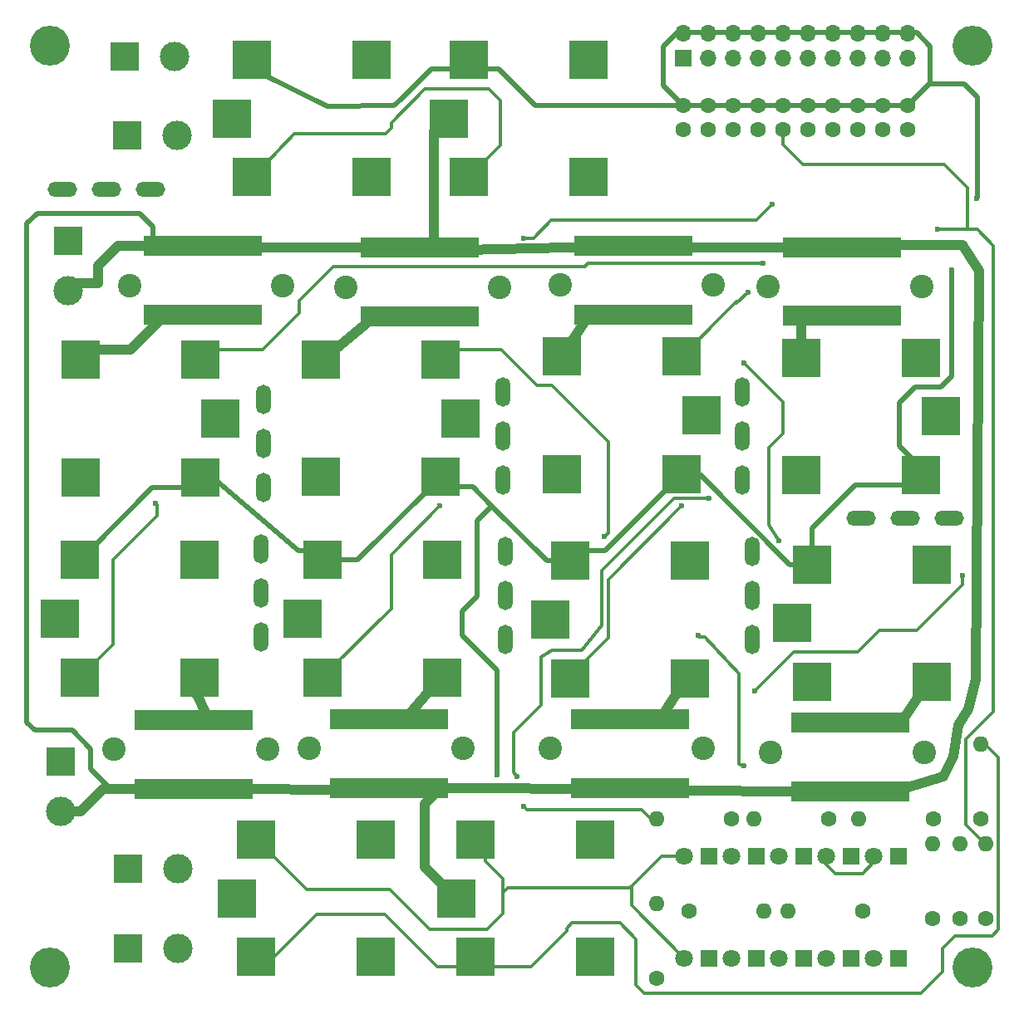
<source format=gbr>
G04 #@! TF.FileFunction,Copper,L1,Top,Signal*
%FSLAX46Y46*%
G04 Gerber Fmt 4.6, Leading zero omitted, Abs format (unit mm)*
G04 Created by KiCad (PCBNEW 4.0.7) date 09/02/18 04:39:53*
%MOMM*%
%LPD*%
G01*
G04 APERTURE LIST*
%ADD10C,0.100000*%
%ADD11R,1.800000X1.800000*%
%ADD12C,1.800000*%
%ADD13C,1.600000*%
%ADD14O,1.600000X1.600000*%
%ADD15R,3.000000X3.000000*%
%ADD16C,3.000000*%
%ADD17C,4.064000*%
%ADD18C,1.700000*%
%ADD19R,12.000000X2.000000*%
%ADD20C,2.400000*%
%ADD21C,1.524000*%
%ADD22R,4.000000X4.000000*%
%ADD23O,1.500000X3.000000*%
%ADD24O,3.000000X1.500000*%
%ADD25R,1.700000X1.700000*%
%ADD26O,1.700000X1.700000*%
%ADD27C,0.600000*%
%ADD28C,1.000000*%
%ADD29C,0.500000*%
%ADD30C,0.350000*%
G04 APERTURE END LIST*
D10*
D11*
X129794000Y-146050000D03*
D12*
X127254000Y-146050000D03*
D13*
X132334000Y-131826000D03*
D14*
X124714000Y-131826000D03*
D11*
X120142000Y-146050000D03*
D12*
X117602000Y-146050000D03*
D11*
X124968000Y-146050000D03*
D12*
X122428000Y-146050000D03*
D15*
X54102000Y-125984000D03*
D16*
X54102000Y-131064000D03*
D15*
X60858400Y-62141100D03*
D16*
X65938400Y-62141100D03*
D13*
X117530880Y-61610240D03*
X117530880Y-59110240D03*
X120070880Y-61610240D03*
X120070880Y-59110240D03*
X122610880Y-61610240D03*
X122610880Y-59110240D03*
X125150880Y-61610240D03*
X125150880Y-59110240D03*
X127690880Y-61610240D03*
X127690880Y-59110240D03*
X130230880Y-61610240D03*
X130230880Y-59110240D03*
X132770880Y-61610240D03*
X132770880Y-59110240D03*
X135310880Y-61610240D03*
X135310880Y-59110240D03*
X137850880Y-61610240D03*
X137850880Y-59110240D03*
X140390880Y-61610240D03*
X140390880Y-59110240D03*
X147828000Y-131826000D03*
D14*
X147828000Y-124206000D03*
D15*
X60579000Y-54152800D03*
D16*
X65659000Y-54152800D03*
D17*
X53000000Y-53000000D03*
X53000000Y-147000000D03*
X147000000Y-53000000D03*
X147000000Y-147000000D03*
D13*
X145669000Y-141986000D03*
D14*
X145669000Y-134366000D03*
D11*
X134620000Y-146050000D03*
D12*
X132080000Y-146050000D03*
D11*
X139446000Y-146050000D03*
D12*
X136906000Y-146050000D03*
D11*
X120142000Y-135636000D03*
D12*
X117602000Y-135636000D03*
D11*
X124968000Y-135636000D03*
D12*
X122428000Y-135636000D03*
D11*
X129794000Y-135636000D03*
D12*
X127254000Y-135636000D03*
D13*
X114808000Y-148082000D03*
D14*
X114808000Y-140462000D03*
D13*
X118110000Y-141224000D03*
D14*
X125730000Y-141224000D03*
D13*
X135763000Y-141224000D03*
D14*
X128143000Y-141224000D03*
D13*
X142875000Y-141986000D03*
D14*
X142875000Y-134366000D03*
D13*
X148336000Y-141986000D03*
D14*
X148336000Y-134366000D03*
D13*
X122428000Y-131826000D03*
D14*
X114808000Y-131826000D03*
D13*
X143002000Y-131826000D03*
D14*
X135382000Y-131826000D03*
D18*
X92045800Y-121688600D03*
X89045800Y-121688600D03*
X86045800Y-121688600D03*
X83045800Y-121688600D03*
X92045800Y-128688600D03*
X89045800Y-128688600D03*
X86045800Y-128688600D03*
X83045800Y-128688600D03*
D19*
X87545800Y-121688600D03*
X87545800Y-128688600D03*
D20*
X95045800Y-124688600D03*
X79425800Y-124688600D03*
D18*
X72132200Y-121764800D03*
X69132200Y-121764800D03*
X66132200Y-121764800D03*
X63132200Y-121764800D03*
X72132200Y-128764800D03*
X69132200Y-128764800D03*
X66132200Y-128764800D03*
X63132200Y-128764800D03*
D19*
X67632200Y-121764800D03*
X67632200Y-128764800D03*
D20*
X75132200Y-124764800D03*
X59512200Y-124764800D03*
D18*
X116556800Y-121688600D03*
X113556800Y-121688600D03*
X110556800Y-121688600D03*
X107556800Y-121688600D03*
X116556800Y-128688600D03*
X113556800Y-128688600D03*
X110556800Y-128688600D03*
X107556800Y-128688600D03*
D19*
X112056800Y-121688600D03*
X112056800Y-128688600D03*
D20*
X119556800Y-124688600D03*
X103936800Y-124688600D03*
D18*
X139035800Y-122069600D03*
X136035800Y-122069600D03*
X133035800Y-122069600D03*
X130035800Y-122069600D03*
X139035800Y-129069600D03*
X136035800Y-129069600D03*
X133035800Y-129069600D03*
X130035800Y-129069600D03*
D19*
X134535800Y-122069600D03*
X134535800Y-129069600D03*
D20*
X142035800Y-125069600D03*
X126415800Y-125069600D03*
D18*
X129162800Y-80571600D03*
X132162800Y-80571600D03*
X135162800Y-80571600D03*
X138162800Y-80571600D03*
X129162800Y-73571600D03*
X132162800Y-73571600D03*
X135162800Y-73571600D03*
X138162800Y-73571600D03*
D19*
X133662800Y-80571600D03*
X133662800Y-73571600D03*
D20*
X126162800Y-77571600D03*
X141782800Y-77571600D03*
D18*
X107953800Y-80444600D03*
X110953800Y-80444600D03*
X113953800Y-80444600D03*
X116953800Y-80444600D03*
X107953800Y-73444600D03*
X110953800Y-73444600D03*
X113953800Y-73444600D03*
X116953800Y-73444600D03*
D19*
X112453800Y-80444600D03*
X112453800Y-73444600D03*
D20*
X104953800Y-77444600D03*
X120573800Y-77444600D03*
D18*
X86125040Y-80637640D03*
X89125040Y-80637640D03*
X92125040Y-80637640D03*
X95125040Y-80637640D03*
X86125040Y-73637640D03*
X89125040Y-73637640D03*
X92125040Y-73637640D03*
X95125040Y-73637640D03*
D19*
X90625040Y-80637640D03*
X90625040Y-73637640D03*
D20*
X83125040Y-77637640D03*
X98745040Y-77637640D03*
D21*
X104985300Y-104528100D03*
X117185300Y-104528100D03*
X117185300Y-116528100D03*
X102985300Y-110528100D03*
X104985300Y-116528100D03*
X104985300Y-110528100D03*
X102985300Y-112528100D03*
X104985300Y-112528100D03*
X106985300Y-104528100D03*
X104985300Y-106528100D03*
X106985300Y-106528100D03*
X106985300Y-116528100D03*
X104985300Y-118528100D03*
X106985300Y-118528100D03*
X119185300Y-116528100D03*
X117185300Y-118528100D03*
X119185300Y-118528100D03*
X119185300Y-104528100D03*
X117185300Y-106528100D03*
X119185300Y-106528100D03*
D22*
X103985300Y-111528100D03*
X105985300Y-105528100D03*
X118185300Y-117528100D03*
X105985300Y-117528100D03*
X118185300Y-105528100D03*
D21*
X93807800Y-97998800D03*
X81607800Y-97998800D03*
X81607800Y-85998800D03*
X95807800Y-91998800D03*
X93807800Y-85998800D03*
X93807800Y-91998800D03*
X95807800Y-89998800D03*
X93807800Y-89998800D03*
X91807800Y-97998800D03*
X93807800Y-95998800D03*
X91807800Y-95998800D03*
X91807800Y-85998800D03*
X93807800Y-83998800D03*
X91807800Y-83998800D03*
X79607800Y-85998800D03*
X81607800Y-83998800D03*
X79607800Y-83998800D03*
X79607800Y-97998800D03*
X81607800Y-95998800D03*
X79607800Y-95998800D03*
D22*
X94807800Y-90998800D03*
X92807800Y-96998800D03*
X80607800Y-84998800D03*
X92807800Y-84998800D03*
X80607800Y-96998800D03*
D21*
X72562200Y-53436000D03*
X84762200Y-53436000D03*
X84762200Y-65436000D03*
X70562200Y-59436000D03*
X72562200Y-65436000D03*
X72562200Y-59436000D03*
X70562200Y-61436000D03*
X72562200Y-61436000D03*
X74562200Y-53436000D03*
X72562200Y-55436000D03*
X74562200Y-55436000D03*
X74562200Y-65436000D03*
X72562200Y-67436000D03*
X74562200Y-67436000D03*
X86762200Y-65436000D03*
X84762200Y-67436000D03*
X86762200Y-67436000D03*
X86762200Y-53436000D03*
X84762200Y-55436000D03*
X86762200Y-55436000D03*
D22*
X71562200Y-60436000D03*
X73562200Y-54436000D03*
X85762200Y-66436000D03*
X73562200Y-66436000D03*
X85762200Y-54436000D03*
D21*
X69296800Y-98049600D03*
X57096800Y-98049600D03*
X57096800Y-86049600D03*
X71296800Y-92049600D03*
X69296800Y-86049600D03*
X69296800Y-92049600D03*
X71296800Y-90049600D03*
X69296800Y-90049600D03*
X67296800Y-98049600D03*
X69296800Y-96049600D03*
X67296800Y-96049600D03*
X67296800Y-86049600D03*
X69296800Y-84049600D03*
X67296800Y-84049600D03*
X55096800Y-86049600D03*
X57096800Y-84049600D03*
X55096800Y-84049600D03*
X55096800Y-98049600D03*
X57096800Y-96049600D03*
X55096800Y-96049600D03*
D22*
X70296800Y-91049600D03*
X68296800Y-97049600D03*
X56096800Y-85049600D03*
X68296800Y-85049600D03*
X56096800Y-97049600D03*
D21*
X118344200Y-97729560D03*
X106144200Y-97729560D03*
X106144200Y-85729560D03*
X120344200Y-91729560D03*
X118344200Y-85729560D03*
X118344200Y-91729560D03*
X120344200Y-89729560D03*
X118344200Y-89729560D03*
X116344200Y-97729560D03*
X118344200Y-95729560D03*
X116344200Y-95729560D03*
X116344200Y-85729560D03*
X118344200Y-83729560D03*
X116344200Y-83729560D03*
X104144200Y-85729560D03*
X106144200Y-83729560D03*
X104144200Y-83729560D03*
X104144200Y-97729560D03*
X106144200Y-95729560D03*
X104144200Y-95729560D03*
D22*
X119344200Y-90729560D03*
X117344200Y-96729560D03*
X105144200Y-84729560D03*
X117344200Y-84729560D03*
X105144200Y-96729560D03*
D21*
X142702800Y-97821000D03*
X130502800Y-97821000D03*
X130502800Y-85821000D03*
X144702800Y-91821000D03*
X142702800Y-85821000D03*
X142702800Y-91821000D03*
X144702800Y-89821000D03*
X142702800Y-89821000D03*
X140702800Y-97821000D03*
X142702800Y-95821000D03*
X140702800Y-95821000D03*
X140702800Y-85821000D03*
X142702800Y-83821000D03*
X140702800Y-83821000D03*
X128502800Y-85821000D03*
X130502800Y-83821000D03*
X128502800Y-83821000D03*
X128502800Y-97821000D03*
X130502800Y-95821000D03*
X128502800Y-95821000D03*
D22*
X143702800Y-90821000D03*
X141702800Y-96821000D03*
X129502800Y-84821000D03*
X141702800Y-84821000D03*
X129502800Y-96821000D03*
D21*
X129623300Y-104909100D03*
X141823300Y-104909100D03*
X141823300Y-116909100D03*
X127623300Y-110909100D03*
X129623300Y-116909100D03*
X129623300Y-110909100D03*
X127623300Y-112909100D03*
X129623300Y-112909100D03*
X131623300Y-104909100D03*
X129623300Y-106909100D03*
X131623300Y-106909100D03*
X131623300Y-116909100D03*
X129623300Y-118909100D03*
X131623300Y-118909100D03*
X143823300Y-116909100D03*
X141823300Y-118909100D03*
X143823300Y-118909100D03*
X143823300Y-104909100D03*
X141823300Y-106909100D03*
X143823300Y-106909100D03*
D22*
X128623300Y-111909100D03*
X130623300Y-105909100D03*
X142823300Y-117909100D03*
X130623300Y-117909100D03*
X142823300Y-105909100D03*
D21*
X79712300Y-104464600D03*
X91912300Y-104464600D03*
X91912300Y-116464600D03*
X77712300Y-110464600D03*
X79712300Y-116464600D03*
X79712300Y-110464600D03*
X77712300Y-112464600D03*
X79712300Y-112464600D03*
X81712300Y-104464600D03*
X79712300Y-106464600D03*
X81712300Y-106464600D03*
X81712300Y-116464600D03*
X79712300Y-118464600D03*
X81712300Y-118464600D03*
X93912300Y-116464600D03*
X91912300Y-118464600D03*
X93912300Y-118464600D03*
X93912300Y-104464600D03*
X91912300Y-106464600D03*
X93912300Y-106464600D03*
D22*
X78712300Y-111464600D03*
X80712300Y-105464600D03*
X92912300Y-117464600D03*
X80712300Y-117464600D03*
X92912300Y-105464600D03*
D21*
X55010800Y-104464600D03*
X67210800Y-104464600D03*
X67210800Y-116464600D03*
X53010800Y-110464600D03*
X55010800Y-116464600D03*
X55010800Y-110464600D03*
X53010800Y-112464600D03*
X55010800Y-112464600D03*
X57010800Y-104464600D03*
X55010800Y-106464600D03*
X57010800Y-106464600D03*
X57010800Y-116464600D03*
X55010800Y-118464600D03*
X57010800Y-118464600D03*
X69210800Y-116464600D03*
X67210800Y-118464600D03*
X69210800Y-118464600D03*
X69210800Y-104464600D03*
X67210800Y-106464600D03*
X69210800Y-106464600D03*
D22*
X54010800Y-111464600D03*
X56010800Y-105464600D03*
X68210800Y-117464600D03*
X56010800Y-117464600D03*
X68210800Y-105464600D03*
D23*
X74726800Y-93573600D03*
X74726800Y-98073600D03*
X74726800Y-89073600D03*
X99110800Y-92811600D03*
X99110800Y-97311600D03*
X99110800Y-88311600D03*
X123494800Y-92811600D03*
X123494800Y-97311600D03*
X123494800Y-88311600D03*
X124510800Y-109067600D03*
X124510800Y-104567600D03*
X124510800Y-113567600D03*
X99364800Y-109067600D03*
X99364800Y-104567600D03*
X99364800Y-113567600D03*
X74472800Y-108813600D03*
X74472800Y-104313600D03*
X74472800Y-113313600D03*
D11*
X134620000Y-135636000D03*
D12*
X132080000Y-135636000D03*
D11*
X139446000Y-135636000D03*
D12*
X136906000Y-135636000D03*
D24*
X140131800Y-101193600D03*
X135631800Y-101193600D03*
X144631800Y-101193600D03*
D15*
X60960000Y-136906000D03*
D16*
X66040000Y-136906000D03*
D15*
X60960000Y-145034000D03*
D16*
X66040000Y-145034000D03*
D15*
X54864000Y-72898000D03*
D16*
X54864000Y-77978000D03*
D24*
X58719720Y-67655440D03*
X54219720Y-67655440D03*
X63219720Y-67655440D03*
D18*
X64093080Y-80459840D03*
X67093080Y-80459840D03*
X70093080Y-80459840D03*
X73093080Y-80459840D03*
X64093080Y-73459840D03*
X67093080Y-73459840D03*
X70093080Y-73459840D03*
X73093080Y-73459840D03*
D19*
X68593080Y-80459840D03*
X68593080Y-73459840D03*
D20*
X61093080Y-77459840D03*
X76713080Y-77459840D03*
D21*
X94622100Y-53436000D03*
X106822100Y-53436000D03*
X106822100Y-65436000D03*
X92622100Y-59436000D03*
X94622100Y-65436000D03*
X94622100Y-59436000D03*
X92622100Y-61436000D03*
X94622100Y-61436000D03*
X96622100Y-53436000D03*
X94622100Y-55436000D03*
X96622100Y-55436000D03*
X96622100Y-65436000D03*
X94622100Y-67436000D03*
X96622100Y-67436000D03*
X108822100Y-65436000D03*
X106822100Y-67436000D03*
X108822100Y-67436000D03*
X108822100Y-53436000D03*
X106822100Y-55436000D03*
X108822100Y-55436000D03*
D22*
X93622100Y-60436000D03*
X95622100Y-54436000D03*
X107822100Y-66436000D03*
X95622100Y-66436000D03*
X107822100Y-54436000D03*
D21*
X72994000Y-132938000D03*
X85194000Y-132938000D03*
X85194000Y-144938000D03*
X70994000Y-138938000D03*
X72994000Y-144938000D03*
X72994000Y-138938000D03*
X70994000Y-140938000D03*
X72994000Y-140938000D03*
X74994000Y-132938000D03*
X72994000Y-134938000D03*
X74994000Y-134938000D03*
X74994000Y-144938000D03*
X72994000Y-146938000D03*
X74994000Y-146938000D03*
X87194000Y-144938000D03*
X85194000Y-146938000D03*
X87194000Y-146938000D03*
X87194000Y-132938000D03*
X85194000Y-134938000D03*
X87194000Y-134938000D03*
D22*
X71994000Y-139938000D03*
X73994000Y-133938000D03*
X86194000Y-145938000D03*
X73994000Y-145938000D03*
X86194000Y-133938000D03*
D21*
X95346000Y-132938000D03*
X107546000Y-132938000D03*
X107546000Y-144938000D03*
X93346000Y-138938000D03*
X95346000Y-144938000D03*
X95346000Y-138938000D03*
X93346000Y-140938000D03*
X95346000Y-140938000D03*
X97346000Y-132938000D03*
X95346000Y-134938000D03*
X97346000Y-134938000D03*
X97346000Y-144938000D03*
X95346000Y-146938000D03*
X97346000Y-146938000D03*
X109546000Y-144938000D03*
X107546000Y-146938000D03*
X109546000Y-146938000D03*
X109546000Y-132938000D03*
X107546000Y-134938000D03*
X109546000Y-134938000D03*
D22*
X94346000Y-139938000D03*
X96346000Y-133938000D03*
X108546000Y-145938000D03*
X96346000Y-145938000D03*
X108546000Y-133938000D03*
D25*
X117500400Y-54254400D03*
D26*
X117500400Y-51714400D03*
X120040400Y-54254400D03*
X120040400Y-51714400D03*
X122580400Y-54254400D03*
X122580400Y-51714400D03*
X125120400Y-54254400D03*
X125120400Y-51714400D03*
X127660400Y-54254400D03*
X127660400Y-51714400D03*
X130200400Y-54254400D03*
X130200400Y-51714400D03*
X132740400Y-54254400D03*
X132740400Y-51714400D03*
X135280400Y-54254400D03*
X135280400Y-51714400D03*
X137820400Y-54254400D03*
X137820400Y-51714400D03*
X140360400Y-54254400D03*
X140360400Y-51714400D03*
D27*
X63754000Y-99695000D03*
X92710000Y-99949000D03*
X117348000Y-99949000D03*
X127254000Y-103489760D03*
X123698000Y-85410040D03*
X143383000Y-71755000D03*
X120142000Y-99187000D03*
X100584000Y-127508000D03*
X101219000Y-130556000D03*
X124094240Y-78130400D03*
X126532640Y-69189600D03*
X123662440Y-126456440D03*
X119024400Y-113157000D03*
X109468920Y-103098600D03*
X101219000Y-72644000D03*
X125592840Y-75244960D03*
X124810520Y-118775480D03*
X145958560Y-107010200D03*
X98491040Y-127386080D03*
X144820640Y-75915520D03*
X147355560Y-68564760D03*
D28*
X57912000Y-77216000D02*
X55626000Y-77216000D01*
X55626000Y-77216000D02*
X54864000Y-77978000D01*
D29*
X50637440Y-73152000D02*
X50637440Y-71155560D01*
X63500000Y-71501000D02*
X63500000Y-72866760D01*
X62103000Y-70104000D02*
X63500000Y-71501000D01*
X51689000Y-70104000D02*
X62103000Y-70104000D01*
X50637440Y-71155560D02*
X51689000Y-70104000D01*
X63500000Y-72866760D02*
X64093080Y-73459840D01*
D28*
X92622100Y-61436000D02*
X92416880Y-61436000D01*
X92416880Y-61436000D02*
X92125040Y-61727840D01*
X92125040Y-61727840D02*
X92125040Y-73637640D01*
X92045800Y-128688600D02*
X92045800Y-129442200D01*
X92045800Y-129442200D02*
X91186000Y-130302000D01*
X91186000Y-136778000D02*
X93346000Y-138938000D01*
X91186000Y-130302000D02*
X91186000Y-136778000D01*
X147320000Y-117602000D02*
X146558000Y-120650000D01*
X145034000Y-125476000D02*
X144018000Y-127508000D01*
X145542000Y-122301000D02*
X145034000Y-125476000D01*
X146558000Y-120650000D02*
X145542000Y-122301000D01*
X54102000Y-131064000D02*
X56134000Y-131064000D01*
X58433200Y-128764800D02*
X63132200Y-128764800D01*
X56134000Y-131064000D02*
X58433200Y-128764800D01*
D29*
X54610000Y-122821700D02*
X55257700Y-122821700D01*
X58928000Y-128778000D02*
X63119000Y-128778000D01*
X55257700Y-122821700D02*
X57150000Y-124714000D01*
X57150000Y-124714000D02*
X57150000Y-126746000D01*
X57150000Y-126746000D02*
X59182000Y-128778000D01*
X59182000Y-128778000D02*
X58928000Y-128778000D01*
X51422300Y-122821700D02*
X50637440Y-122036840D01*
X50637440Y-122036840D02*
X50637440Y-73152000D01*
X51422300Y-122821700D02*
X54610000Y-122821700D01*
X63119000Y-128778000D02*
X63132200Y-128764800D01*
D28*
X59890160Y-73459840D02*
X68593080Y-73459840D01*
X57912000Y-75438000D02*
X59890160Y-73459840D01*
X57912000Y-77216000D02*
X57912000Y-75438000D01*
X86125040Y-73637640D02*
X67901320Y-73571600D01*
X67901320Y-73571600D02*
X67814960Y-73657960D01*
D30*
X137287000Y-128259200D02*
X136565000Y-128259200D01*
D28*
X139035800Y-129069600D02*
X144018000Y-127508000D01*
X145973800Y-73380600D02*
X138353800Y-73380600D01*
X147650200Y-75946000D02*
X145973800Y-73380600D01*
X147320000Y-117602000D02*
X147650200Y-75946000D01*
X138353800Y-73380600D02*
X138162800Y-73571600D01*
D29*
X62878700Y-128511300D02*
X63132200Y-128764800D01*
D28*
X112453800Y-73444600D02*
X95315540Y-73828140D01*
X95315540Y-73828140D02*
X95125040Y-73637640D01*
X133662800Y-73571600D02*
X112644300Y-73635100D01*
X112644300Y-73635100D02*
X112453800Y-73444600D01*
X92045800Y-128688600D02*
X111929800Y-128815600D01*
X111929800Y-128815600D02*
X112056800Y-128688600D01*
X72132200Y-128764800D02*
X82855300Y-128879100D01*
X82855300Y-128879100D02*
X83045800Y-128688600D01*
X130035800Y-129069600D02*
X116874300Y-129006100D01*
X116874300Y-129006100D02*
X116556800Y-128688600D01*
X87545800Y-121688600D02*
X89132800Y-121688600D01*
X89132800Y-121688600D02*
X91912300Y-118464600D01*
X134535800Y-122069600D02*
X139678800Y-122069600D01*
X139678800Y-122069600D02*
X141823300Y-118909100D01*
X106144200Y-83729560D02*
X106144200Y-83143200D01*
X106144200Y-83143200D02*
X107953800Y-80444600D01*
X69132200Y-121764800D02*
X68090800Y-119344600D01*
X68090800Y-119344600D02*
X67210800Y-118464600D01*
X112056800Y-121688600D02*
X115104300Y-121688600D01*
X115104300Y-121688600D02*
X117185300Y-118528100D01*
X129502800Y-84821000D02*
X129502800Y-80911600D01*
X129502800Y-80911600D02*
X129162800Y-80571600D01*
X81607800Y-83998800D02*
X82047600Y-83998800D01*
X82047600Y-83998800D02*
X86125040Y-80637640D01*
D30*
X59436000Y-114039400D02*
X56010800Y-117464600D01*
X59436000Y-105410000D02*
X59436000Y-114039400D01*
X63881000Y-100965000D02*
X59436000Y-105410000D01*
X63881000Y-99822000D02*
X63881000Y-100965000D01*
X63754000Y-99695000D02*
X63881000Y-99822000D01*
X87757000Y-110419900D02*
X81712300Y-116464600D01*
X92710000Y-99949000D02*
X87757000Y-104902000D01*
X87757000Y-104902000D02*
X87757000Y-110419900D01*
X109855000Y-113411000D02*
X106985300Y-116280700D01*
X117348000Y-99949000D02*
X109855000Y-107442000D01*
X109855000Y-107442000D02*
X109855000Y-113411000D01*
X106985300Y-116280700D02*
X106985300Y-116528100D01*
X126238000Y-101854000D02*
X127254000Y-103489760D01*
X126238000Y-93980000D02*
X126238000Y-101854000D01*
X127635000Y-92583000D02*
X126238000Y-93980000D01*
X127635000Y-89347040D02*
X127635000Y-92583000D01*
X123698000Y-85410040D02*
X127635000Y-89347040D01*
X146431000Y-68259960D02*
X146431000Y-67472560D01*
X144124680Y-65166240D02*
X142168880Y-65166240D01*
X146431000Y-67472560D02*
X144124680Y-65166240D01*
X127690880Y-61610240D02*
X127690880Y-63134240D01*
X127690880Y-63134240D02*
X129722880Y-65166240D01*
X129722880Y-65166240D02*
X142168880Y-65166240D01*
X146431000Y-68199000D02*
X146431000Y-68259960D01*
X146431000Y-68259960D02*
X146431000Y-71755000D01*
X148336000Y-134366000D02*
X148209000Y-134366000D01*
X148209000Y-134366000D02*
X146304000Y-132461000D01*
X146304000Y-132461000D02*
X146304000Y-123698000D01*
X146304000Y-123698000D02*
X149098000Y-120904000D01*
X149098000Y-120904000D02*
X149098000Y-73406000D01*
X149098000Y-73406000D02*
X147447000Y-71755000D01*
X147447000Y-71755000D02*
X146431000Y-71755000D01*
X146431000Y-71755000D02*
X143383000Y-71755000D01*
X116586000Y-99187000D02*
X120142000Y-99187000D01*
X109220000Y-106553000D02*
X116586000Y-99187000D01*
X109220000Y-112141000D02*
X109220000Y-106553000D01*
X107188000Y-114681000D02*
X109220000Y-112141000D01*
X104140000Y-114681000D02*
X107188000Y-114681000D01*
X102997000Y-115316000D02*
X104140000Y-114681000D01*
X102997000Y-120269000D02*
X102997000Y-115316000D01*
X100203000Y-123063000D02*
X102997000Y-120269000D01*
X100203000Y-127127000D02*
X100203000Y-123063000D01*
X100584000Y-127508000D02*
X100203000Y-127127000D01*
X101600000Y-130937000D02*
X101219000Y-130556000D01*
X113284000Y-130937000D02*
X101600000Y-130937000D01*
X113284000Y-130937000D02*
X114173000Y-131826000D01*
X114808000Y-131826000D02*
X114173000Y-131826000D01*
X124094240Y-78130400D02*
X122920000Y-79304640D01*
X122769120Y-79304640D02*
X120658380Y-81415380D01*
X122920000Y-79304640D02*
X122769120Y-79304640D01*
X122936000Y-79137760D02*
X122769120Y-79304640D01*
X120658380Y-81415380D02*
X118344200Y-83729560D01*
X124642880Y-70802500D02*
X124919740Y-70802500D01*
X124919740Y-70802500D02*
X126532640Y-69189600D01*
X93807800Y-83998800D02*
X98918760Y-83998800D01*
X123200160Y-126248160D02*
X123662440Y-126456440D01*
X123200160Y-117027960D02*
X123200160Y-126248160D01*
X119694960Y-113268760D02*
X123200160Y-117027960D01*
X119136160Y-113268760D02*
X119694960Y-113268760D01*
X119024400Y-113157000D02*
X119136160Y-113268760D01*
X109860080Y-102707440D02*
X109468920Y-103098600D01*
X109860080Y-93375480D02*
X109860080Y-102707440D01*
X104160320Y-87675720D02*
X109860080Y-93375480D01*
X102595680Y-87675720D02*
X104160320Y-87675720D01*
X98918760Y-83998800D02*
X102595680Y-87675720D01*
X102235000Y-72644000D02*
X101219000Y-72644000D01*
X104076500Y-70802500D02*
X102235000Y-72644000D01*
X124642880Y-70802500D02*
X104076500Y-70802500D01*
X91807800Y-85998800D02*
X91807800Y-86398600D01*
X69296800Y-84049600D02*
X74629280Y-84049600D01*
X107751880Y-75244960D02*
X125592840Y-75244960D01*
X107482640Y-75514200D02*
X107751880Y-75244960D01*
X81864200Y-75514200D02*
X107482640Y-75514200D01*
X78394560Y-78983840D02*
X81864200Y-75514200D01*
X78394560Y-80284320D02*
X78394560Y-78983840D01*
X74629280Y-84049600D02*
X78394560Y-80284320D01*
X124810520Y-118775480D02*
X128752600Y-114833400D01*
X128752600Y-114833400D02*
X135295640Y-114833400D01*
X135295640Y-114833400D02*
X137505440Y-112623600D01*
X137505440Y-112623600D02*
X141269720Y-112623600D01*
X141269720Y-112623600D02*
X145958560Y-107934760D01*
X145958560Y-107934760D02*
X145958560Y-107010200D01*
X67296800Y-86049600D02*
X67010800Y-86049600D01*
D29*
X140390880Y-51704240D02*
X141279880Y-51704240D01*
X141279880Y-51704240D02*
X142676880Y-53101240D01*
X140390880Y-51704240D02*
X137850880Y-51704240D01*
X137850880Y-51704240D02*
X135310880Y-51704240D01*
X135310880Y-51704240D02*
X132770880Y-51704240D01*
X132770880Y-51704240D02*
X130230880Y-51704240D01*
X130230880Y-51704240D02*
X127690880Y-51704240D01*
X127690880Y-51704240D02*
X125150880Y-51704240D01*
X125150880Y-51704240D02*
X122610880Y-51704240D01*
D30*
X112240060Y-138671300D02*
X112240060Y-140688060D01*
X112240060Y-140688060D02*
X117602000Y-146050000D01*
D29*
X96622100Y-55436000D02*
X98743000Y-55436000D01*
X102417240Y-59110240D02*
X117530880Y-59110240D01*
X98743000Y-55436000D02*
X102417240Y-59110240D01*
D30*
X117602000Y-135636000D02*
X115275360Y-135636000D01*
X99649280Y-138887200D02*
X99131120Y-139405360D01*
X112024160Y-138887200D02*
X99649280Y-138887200D01*
X115275360Y-135636000D02*
X112240060Y-138671300D01*
X112240060Y-138671300D02*
X112024160Y-138887200D01*
X97346000Y-134938000D02*
X97346000Y-136126720D01*
X97346000Y-136126720D02*
X99131120Y-137911840D01*
X99131120Y-137911840D02*
X99131120Y-139405360D01*
X79115920Y-139059920D02*
X74994000Y-134938000D01*
X99131120Y-139405360D02*
X99131120Y-141518640D01*
X99131120Y-141518640D02*
X97541080Y-143108680D01*
X97541080Y-143108680D02*
X91699080Y-143108680D01*
X91699080Y-143108680D02*
X87650320Y-139059920D01*
X87650320Y-139059920D02*
X79115920Y-139059920D01*
D29*
X98051620Y-100007420D02*
X97970340Y-100007420D01*
X98491040Y-116707920D02*
X98491040Y-127386080D01*
X94940120Y-113157000D02*
X98491040Y-116707920D01*
X94940120Y-110703360D02*
X94940120Y-113157000D01*
X96504760Y-109138720D02*
X94940120Y-110703360D01*
X96504760Y-101473000D02*
X96504760Y-109138720D01*
X97970340Y-100007420D02*
X96504760Y-101473000D01*
X140702800Y-95821000D02*
X140702800Y-95048840D01*
X140702800Y-95048840D02*
X139476480Y-93822520D01*
X139476480Y-93822520D02*
X139476480Y-89408000D01*
X139476480Y-89408000D02*
X141097000Y-87787480D01*
X141097000Y-87787480D02*
X143779240Y-87787480D01*
X143779240Y-87787480D02*
X144820640Y-86746080D01*
X144820640Y-86746080D02*
X144820640Y-75915520D01*
X147355560Y-68564760D02*
X147447000Y-68473320D01*
X147447000Y-68473320D02*
X147447000Y-58293000D01*
X147447000Y-58293000D02*
X146116040Y-56962040D01*
X146116040Y-56962040D02*
X142539080Y-56962040D01*
X88053799Y-59162334D02*
X88773000Y-58483500D01*
X91820500Y-55436000D02*
X94622100Y-55436000D01*
X88773000Y-58483500D02*
X91820500Y-55436000D01*
D30*
X136906000Y-135636000D02*
X136906000Y-136271000D01*
X136906000Y-136271000D02*
X135763000Y-137414000D01*
X135763000Y-137414000D02*
X132969000Y-137414000D01*
X132969000Y-137414000D02*
X132080000Y-136525000D01*
X132080000Y-136525000D02*
X132080000Y-135636000D01*
D29*
X115498880Y-57078240D02*
X117530880Y-59110240D01*
X142676880Y-56824240D02*
X142539080Y-56962040D01*
X142539080Y-56962040D02*
X140390880Y-59110240D01*
X142676880Y-53101240D02*
X142676880Y-56824240D01*
X137850880Y-59110240D02*
X140390880Y-59110240D01*
X135310880Y-59110240D02*
X137850880Y-59110240D01*
X132770880Y-59110240D02*
X135310880Y-59110240D01*
X130230880Y-59110240D02*
X132770880Y-59110240D01*
X127690880Y-59110240D02*
X130230880Y-59110240D01*
X125150880Y-59110240D02*
X127690880Y-59110240D01*
X122610880Y-59110240D02*
X125150880Y-59110240D01*
X120070880Y-59110240D02*
X122610880Y-59110240D01*
X117530880Y-59110240D02*
X120070880Y-59110240D01*
X74562200Y-55436000D02*
X74562200Y-55944000D01*
X74562200Y-55944000D02*
X81280000Y-59182000D01*
X81280000Y-59182000D02*
X88053799Y-59162334D01*
X95186000Y-55436000D02*
X94622100Y-55436000D01*
X130623300Y-105909100D02*
X130623300Y-102193100D01*
X134995400Y-97821000D02*
X140702800Y-97821000D01*
X130623300Y-102193100D02*
X134995400Y-97821000D01*
X130623300Y-105909100D02*
X128337300Y-105909100D01*
X128337300Y-105909100D02*
X119157760Y-96729560D01*
X119157760Y-96729560D02*
X117344200Y-96729560D01*
X106985300Y-104528100D02*
X109545660Y-104528100D01*
X109545660Y-104528100D02*
X116344200Y-97729560D01*
X105985300Y-105528100D02*
X103572300Y-105528100D01*
X96043000Y-97998800D02*
X93807800Y-97998800D01*
X103572300Y-105528100D02*
X98051620Y-100007420D01*
X98051620Y-100007420D02*
X96043000Y-97998800D01*
X80712300Y-105464600D02*
X84342000Y-105464600D01*
X84342000Y-105464600D02*
X91807800Y-97998800D01*
X68296800Y-97049600D02*
X69566800Y-97049600D01*
X69566800Y-97049600D02*
X78282800Y-104495600D01*
X78282800Y-104495600D02*
X79712300Y-104464600D01*
X67296800Y-98049600D02*
X63425800Y-98049600D01*
X63425800Y-98049600D02*
X57010800Y-104464600D01*
D30*
X118668800Y-98054160D02*
X118344200Y-97729560D01*
X90942160Y-98864440D02*
X91807800Y-97998800D01*
X107238800Y-104274600D02*
X106985300Y-104528100D01*
X131368800Y-104654600D02*
X131623300Y-104909100D01*
X143306800Y-98425000D02*
X142702800Y-97821000D01*
D29*
X117530880Y-51704240D02*
X116895880Y-51704240D01*
X116895880Y-51704240D02*
X115498880Y-53101240D01*
X115498880Y-53101240D02*
X115498880Y-57078240D01*
X117530880Y-51704240D02*
X120070880Y-51704240D01*
X122610880Y-51704240D02*
X120070880Y-51704240D01*
D30*
X105603040Y-143316960D02*
X105603040Y-143032480D01*
X112694720Y-145206720D02*
X112674400Y-145206720D01*
X112694720Y-144089120D02*
X112694720Y-145206720D01*
X111048800Y-142443200D02*
X112694720Y-144089120D01*
X106192320Y-142443200D02*
X111048800Y-142443200D01*
X105603040Y-143032480D02*
X106192320Y-142443200D01*
X112674400Y-148783040D02*
X113497360Y-149606000D01*
X112674400Y-145206720D02*
X112674400Y-148783040D01*
X74994000Y-146938000D02*
X74994000Y-146748000D01*
X74994000Y-146748000D02*
X80137000Y-141605000D01*
X80137000Y-141605000D02*
X87122000Y-141605000D01*
X87122000Y-141605000D02*
X92455000Y-146938000D01*
X92455000Y-146938000D02*
X95346000Y-146938000D01*
X147828000Y-124206000D02*
X148209000Y-124206000D01*
X148209000Y-124206000D02*
X149606000Y-125603000D01*
X141732000Y-149606000D02*
X113497360Y-149606000D01*
X143891000Y-147447000D02*
X141732000Y-149606000D01*
X143891000Y-145034000D02*
X143891000Y-147447000D01*
X145161000Y-143764000D02*
X143891000Y-145034000D01*
X148971000Y-143764000D02*
X145161000Y-143764000D01*
X149606000Y-143129000D02*
X148971000Y-143764000D01*
X149606000Y-125603000D02*
X149606000Y-143129000D01*
X101982000Y-146938000D02*
X97346000Y-146938000D01*
X105603040Y-143316960D02*
X101982000Y-146938000D01*
X86603840Y-61976000D02*
X87147400Y-61976000D01*
X87147400Y-61976000D02*
X87746840Y-61376560D01*
X87746840Y-61376560D02*
X87746840Y-60883800D01*
X98872040Y-63186060D02*
X96622100Y-65436000D01*
X98872040Y-58602880D02*
X98872040Y-63186060D01*
X97723960Y-57454800D02*
X98872040Y-58602880D01*
X91175840Y-57454800D02*
X97723960Y-57454800D01*
X87746840Y-60883800D02*
X91175840Y-57454800D01*
X77907900Y-61976000D02*
X74562200Y-65436000D01*
X86603840Y-61976000D02*
X77907900Y-61976000D01*
D28*
X57096800Y-84049600D02*
X61202840Y-84049600D01*
X61202840Y-84049600D02*
X64093080Y-81159360D01*
X64093080Y-81159360D02*
X64093080Y-80459840D01*
M02*

</source>
